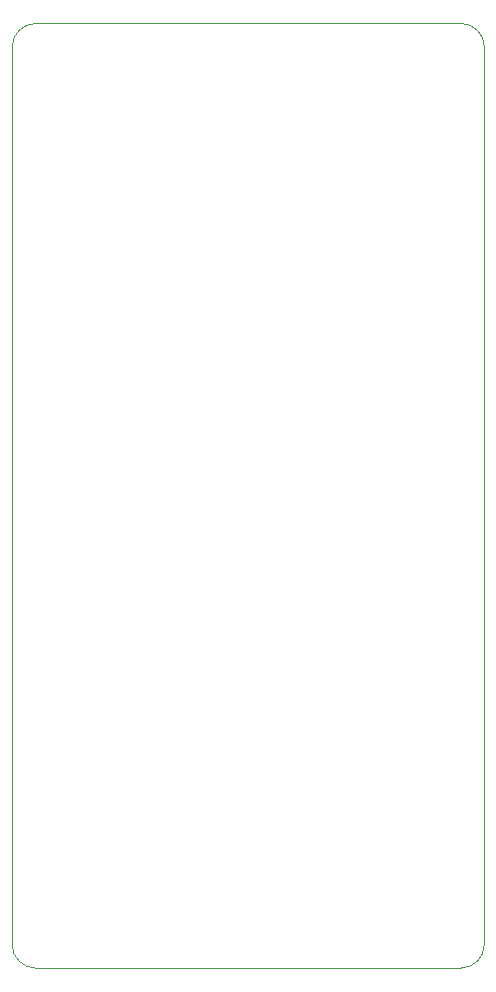
<source format=gbr>
%TF.GenerationSoftware,KiCad,Pcbnew,7.0.9*%
%TF.CreationDate,2024-05-17T11:53:30+10:00*%
%TF.ProjectId,_rotary_,5f726f74-6172-4795-9f2e-6b696361645f,v0_1_2*%
%TF.SameCoordinates,Original*%
%TF.FileFunction,Profile,NP*%
%FSLAX46Y46*%
G04 Gerber Fmt 4.6, Leading zero omitted, Abs format (unit mm)*
G04 Created by KiCad (PCBNEW 7.0.9) date 2024-05-17 11:53:30*
%MOMM*%
%LPD*%
G01*
G04 APERTURE LIST*
%TA.AperFunction,Profile*%
%ADD10C,0.050000*%
%TD*%
G04 APERTURE END LIST*
D10*
X79800014Y-137985786D02*
G75*
G03*
X81800000Y-139985786I1999986J-14D01*
G01*
X119785800Y-62000000D02*
G75*
G03*
X117785786Y-60000000I-2000000J0D01*
G01*
X81800000Y-60000000D02*
X117785786Y-60000000D01*
X117785786Y-139985786D02*
G75*
G03*
X119785786Y-137985786I14J1999986D01*
G01*
X79800000Y-137985786D02*
X79800000Y-61985786D01*
X81800000Y-59999950D02*
G75*
G03*
X79800001Y-61985786I0J-2000050D01*
G01*
X119785786Y-137985786D02*
X119785786Y-62000000D01*
X81800000Y-139985786D02*
X117785786Y-139985786D01*
M02*

</source>
